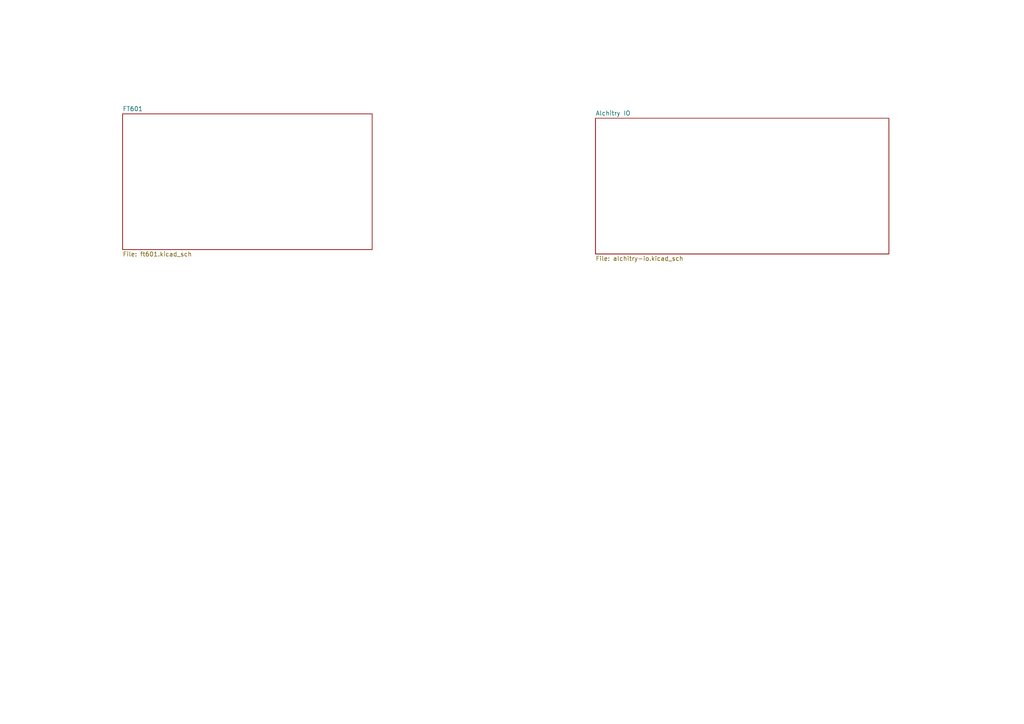
<source format=kicad_sch>
(kicad_sch
	(version 20231120)
	(generator "eeschema")
	(generator_version "8.0")
	(uuid "b1f48e76-bf35-4b9e-b595-1a76a375ab4e")
	(paper "A4")
	(lib_symbols)
	(sheet
		(at 35.56 33.02)
		(size 72.39 39.37)
		(fields_autoplaced yes)
		(stroke
			(width 0.1524)
			(type solid)
		)
		(fill
			(color 0 0 0 0.0000)
		)
		(uuid "7d410334-576a-412a-afe0-5f40d6d0854f")
		(property "Sheetname" "FT601"
			(at 35.56 32.3084 0)
			(effects
				(font
					(size 1.27 1.27)
				)
				(justify left bottom)
			)
		)
		(property "Sheetfile" "ft601.kicad_sch"
			(at 35.56 72.9746 0)
			(effects
				(font
					(size 1.27 1.27)
				)
				(justify left top)
			)
		)
		(instances
			(project "ft601-shield"
				(path "/b1f48e76-bf35-4b9e-b595-1a76a375ab4e"
					(page "2")
				)
			)
		)
	)
	(sheet
		(at 172.72 34.29)
		(size 85.09 39.37)
		(fields_autoplaced yes)
		(stroke
			(width 0.1524)
			(type solid)
		)
		(fill
			(color 0 0 0 0.0000)
		)
		(uuid "c8237698-7ef2-4212-9cd2-42bd5d3e1432")
		(property "Sheetname" "Alchitry IO"
			(at 172.72 33.5784 0)
			(effects
				(font
					(size 1.27 1.27)
				)
				(justify left bottom)
			)
		)
		(property "Sheetfile" "alchitry-io.kicad_sch"
			(at 172.72 74.2446 0)
			(effects
				(font
					(size 1.27 1.27)
				)
				(justify left top)
			)
		)
		(instances
			(project "ft601-shield"
				(path "/b1f48e76-bf35-4b9e-b595-1a76a375ab4e"
					(page "3")
				)
			)
		)
	)
	(sheet_instances
		(path "/"
			(page "1")
		)
	)
)

</source>
